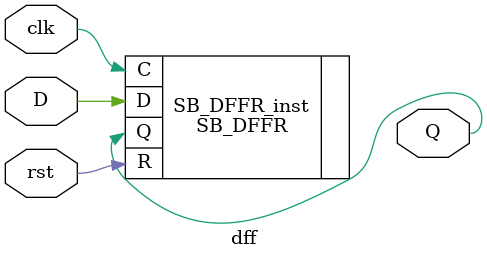
<source format=v>
module dff(
		input	D,
		input	clk,
		input	rst,
		output	Q
		);

	SB_DFFR SB_DFFR_inst (
		.Q(Q),
		.C(clk),
		.D(D),
		.R(rst)
	);

endmodule

</source>
